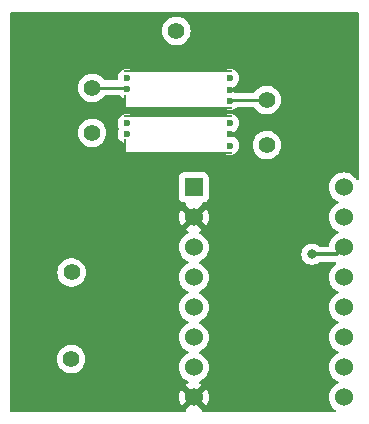
<source format=gbl>
G04 #@! TF.GenerationSoftware,KiCad,Pcbnew,7.0.9-7.0.9~ubuntu22.04.1*
G04 #@! TF.CreationDate,2023-12-29T17:52:02+00:00*
G04 #@! TF.ProjectId,driver_test,64726976-6572-45f7-9465-73742e6b6963,rev?*
G04 #@! TF.SameCoordinates,Original*
G04 #@! TF.FileFunction,Copper,L4,Bot*
G04 #@! TF.FilePolarity,Positive*
%FSLAX46Y46*%
G04 Gerber Fmt 4.6, Leading zero omitted, Abs format (unit mm)*
G04 Created by KiCad (PCBNEW 7.0.9-7.0.9~ubuntu22.04.1) date 2023-12-29 17:52:02*
%MOMM*%
%LPD*%
G01*
G04 APERTURE LIST*
G04 #@! TA.AperFunction,ComponentPad*
%ADD10C,1.400000*%
G04 #@! TD*
G04 #@! TA.AperFunction,ComponentPad*
%ADD11C,0.600000*%
G04 #@! TD*
G04 #@! TA.AperFunction,SMDPad,CuDef*
%ADD12O,0.200000X1.225000*%
G04 #@! TD*
G04 #@! TA.AperFunction,SMDPad,CuDef*
%ADD13O,9.300000X0.200000*%
G04 #@! TD*
G04 #@! TA.AperFunction,ComponentPad*
%ADD14R,1.530000X1.530000*%
G04 #@! TD*
G04 #@! TA.AperFunction,ComponentPad*
%ADD15C,1.530000*%
G04 #@! TD*
G04 #@! TA.AperFunction,ViaPad*
%ADD16C,0.800000*%
G04 #@! TD*
G04 #@! TA.AperFunction,Conductor*
%ADD17C,0.300000*%
G04 #@! TD*
G04 #@! TA.AperFunction,Conductor*
%ADD18C,0.250000*%
G04 #@! TD*
G04 APERTURE END LIST*
D10*
G04 #@! TO.P,IN_KNOCK2,1,Pin_1*
G04 #@! TO.N,Net-(IN_KNOCK2-Pin_1)*
X6930000Y27480000D03*
G04 #@! TD*
D11*
G04 #@! TO.P,M1,E1,V5A*
G04 #@! TO.N,+5V*
X18588000Y28284003D03*
D12*
G04 #@! TO.P,M1,E2,GND*
G04 #@! TO.N,GND*
X9688000Y26309003D03*
D13*
X14238000Y28884003D03*
X14238000Y25784003D03*
D11*
X18588000Y27334003D03*
G04 #@! TO.P,M1,E3,OUT_KNOCK*
G04 #@! TO.N,Net-(M1-OUT_KNOCK)*
X18588000Y26384005D03*
G04 #@! TO.P,M1,W1,IN_KNOCK*
G04 #@! TO.N,Net-(IN_KNOCK2-Pin_1)*
X9888000Y27384003D03*
G04 #@! TO.P,M1,W2,VREF*
G04 #@! TO.N,/VREF*
X9888000Y28284003D03*
G04 #@! TD*
D10*
G04 #@! TO.P,IN_KNOCK1,1,Pin_1*
G04 #@! TO.N,Net-(IN_KNOCK1-Pin_1)*
X6930000Y23670000D03*
G04 #@! TD*
G04 #@! TO.P,OUT_KNOCK1,1,Pin_1*
G04 #@! TO.N,Net-(M2-OUT_KNOCK)*
X21720000Y22640000D03*
G04 #@! TD*
D11*
G04 #@! TO.P,M2,E1,V5A*
G04 #@! TO.N,+5V*
X18588000Y24496000D03*
D12*
G04 #@! TO.P,M2,E2,GND*
G04 #@! TO.N,GND*
X9688000Y22521000D03*
D13*
X14238000Y25096000D03*
X14238000Y21996000D03*
D11*
X18588000Y23546000D03*
G04 #@! TO.P,M2,E3,OUT_KNOCK*
G04 #@! TO.N,Net-(M2-OUT_KNOCK)*
X18588000Y22596002D03*
G04 #@! TO.P,M2,W1,IN_KNOCK*
G04 #@! TO.N,Net-(IN_KNOCK1-Pin_1)*
X9888000Y23596000D03*
G04 #@! TO.P,M2,W2,VREF*
G04 #@! TO.N,/VREF*
X9888000Y24496000D03*
G04 #@! TD*
D10*
G04 #@! TO.P,OUT_KNOCK2,1,Pin_1*
G04 #@! TO.N,Net-(M1-OUT_KNOCK)*
X21720000Y26460000D03*
G04 #@! TD*
G04 #@! TO.P,PPS2_CPU1,1,Pin_1*
G04 #@! TO.N,Net-(D2-A)*
X5155000Y4520000D03*
G04 #@! TD*
G04 #@! TO.P,5V_IN1,1,Pin_1*
G04 #@! TO.N,+5V*
X14063000Y32311002D03*
G04 #@! TD*
G04 #@! TO.P,TPS2_CPU1,1,Pin_1*
G04 #@! TO.N,Net-(D1-A)*
X5185000Y11860000D03*
G04 #@! TD*
D14*
G04 #@! TO.P,U1,1,~{ENABLE}*
G04 #@! TO.N,+12VA*
X15535000Y19060000D03*
D15*
G04 #@! TO.P,U1,2,MS1*
G04 #@! TO.N,GND*
X15535000Y16520000D03*
G04 #@! TO.P,U1,3,MS2*
G04 #@! TO.N,/OUT-*
X15535000Y13980000D03*
G04 #@! TO.P,U1,4,MS3*
G04 #@! TO.N,/OUT+*
X15535000Y11440000D03*
G04 #@! TO.P,U1,5,~{RESET}*
G04 #@! TO.N,/TPS2_IN*
X15535000Y8900000D03*
G04 #@! TO.P,U1,6,~{SLEEP}*
G04 #@! TO.N,/PPS2_IN*
X15535000Y6360000D03*
G04 #@! TO.P,U1,7,STEP*
G04 #@! TO.N,+3.3V*
X15535000Y3820000D03*
G04 #@! TO.P,U1,8,DIR*
G04 #@! TO.N,GND*
X15535000Y1280000D03*
G04 #@! TO.P,U1,9,GND*
G04 #@! TO.N,/DIS*
X28235000Y1280000D03*
G04 #@! TO.P,U1,10,VDD*
G04 #@! TO.N,unconnected-(U1-VDD-Pad10)*
X28235000Y3820000D03*
G04 #@! TO.P,U1,11,1B*
G04 #@! TO.N,unconnected-(U1-1B-Pad11)*
X28235000Y6360000D03*
G04 #@! TO.P,U1,12,1A*
G04 #@! TO.N,unconnected-(U1-1A-Pad12)*
X28235000Y8900000D03*
G04 #@! TO.P,U1,13,2A*
G04 #@! TO.N,+3.3V*
X28235000Y11440000D03*
G04 #@! TO.P,U1,14,2B*
X28235000Y13980000D03*
G04 #@! TO.P,U1,15,GND*
G04 #@! TO.N,/PWM*
X28235000Y16520000D03*
G04 #@! TO.P,U1,16,VMOT*
G04 #@! TO.N,/DIR*
X28235000Y19060000D03*
G04 #@! TD*
D16*
G04 #@! TO.N,GND*
X21020000Y10090000D03*
X20130000Y8340000D03*
X18340000Y11910000D03*
X21920000Y9230000D03*
X18320000Y8280000D03*
X20130000Y10110000D03*
X24560000Y10170000D03*
X25470000Y11090000D03*
X22390000Y5320000D03*
X23960000Y17350000D03*
X23690000Y8380000D03*
X18330000Y9160000D03*
X19230000Y8310000D03*
X22790000Y9230000D03*
X25800000Y17530000D03*
X22790000Y8350000D03*
X20140000Y11000000D03*
X18550000Y17270000D03*
X23680000Y11910000D03*
X21010000Y11850000D03*
X21410000Y5300000D03*
X2808000Y15190000D03*
X25460000Y9310000D03*
X25460000Y10200000D03*
X25460000Y8430000D03*
X20120000Y11870000D03*
X21030000Y10980000D03*
X18340000Y10070000D03*
X19230000Y9190000D03*
X12968000Y17222000D03*
X23690000Y9260000D03*
X21020000Y9200000D03*
X20130000Y9220000D03*
X21910000Y11880000D03*
X6618000Y17222000D03*
X25450000Y11960000D03*
X22800000Y11010000D03*
X22780000Y11880000D03*
X24550000Y11930000D03*
X24560000Y9280000D03*
X22790000Y10120000D03*
X4586000Y17222000D03*
X18350000Y10980000D03*
X24570000Y11060000D03*
X21020000Y8320000D03*
X23690000Y10150000D03*
X2554000Y17222000D03*
X19230000Y10080000D03*
X23700000Y11040000D03*
X21920000Y10120000D03*
X20970000Y3320000D03*
X20410000Y5270000D03*
X19220000Y11840000D03*
X10936000Y17222000D03*
X19240000Y10970000D03*
X21930000Y11010000D03*
X21920000Y8350000D03*
X20660000Y17270000D03*
X8904000Y17222000D03*
X24560000Y8400000D03*
G04 #@! TO.N,+3.3V*
X25550000Y13390000D03*
G04 #@! TD*
D17*
G04 #@! TO.N,+3.3V*
X25550000Y13390000D02*
X27645000Y13390000D01*
X27645000Y13390000D02*
X28235000Y13980000D01*
D18*
G04 #@! TO.N,Net-(IN_KNOCK2-Pin_1)*
X6930000Y27480000D02*
X9792003Y27480000D01*
X9792003Y27480000D02*
X9888000Y27384003D01*
X9787001Y27485002D02*
X9888000Y27384003D01*
G04 #@! TO.N,Net-(M1-OUT_KNOCK)*
X21720000Y26460000D02*
X18663995Y26460000D01*
X18663995Y26460000D02*
X18588000Y26384005D01*
X18672997Y26469002D02*
X18588000Y26384005D01*
G04 #@! TD*
G04 #@! TA.AperFunction,Conductor*
G04 #@! TO.N,GND*
G36*
X29482448Y33909815D02*
G01*
X29528203Y33857011D01*
X29539408Y33805411D01*
X29530601Y21827764D01*
X29529500Y20330100D01*
X29529500Y19810873D01*
X29509815Y19743834D01*
X29457011Y19698079D01*
X29387853Y19688135D01*
X29324297Y19717160D01*
X29303925Y19739749D01*
X29254123Y19810873D01*
X29208132Y19876555D01*
X29051555Y20033132D01*
X28870167Y20160142D01*
X28870163Y20160144D01*
X28669486Y20253721D01*
X28669475Y20253725D01*
X28455592Y20311035D01*
X28455585Y20311036D01*
X28235002Y20330334D01*
X28234998Y20330334D01*
X28014414Y20311036D01*
X28014407Y20311035D01*
X27800524Y20253725D01*
X27800513Y20253721D01*
X27599836Y20160144D01*
X27599834Y20160143D01*
X27418444Y20033132D01*
X27261868Y19876556D01*
X27134857Y19695166D01*
X27134856Y19695164D01*
X27041279Y19494487D01*
X27041275Y19494476D01*
X26983965Y19280593D01*
X26983964Y19280586D01*
X26964666Y19060002D01*
X26964666Y19059999D01*
X26983964Y18839415D01*
X26983965Y18839408D01*
X27041275Y18625525D01*
X27041279Y18625514D01*
X27131950Y18431069D01*
X27134858Y18424833D01*
X27261868Y18243445D01*
X27418445Y18086868D01*
X27599833Y17959858D01*
X27647875Y17937456D01*
X27723091Y17902382D01*
X27775531Y17856210D01*
X27794683Y17789017D01*
X27774467Y17722135D01*
X27723091Y17677618D01*
X27599836Y17620144D01*
X27599834Y17620143D01*
X27418444Y17493132D01*
X27261868Y17336556D01*
X27134857Y17155166D01*
X27134856Y17155164D01*
X27041279Y16954487D01*
X27041275Y16954476D01*
X26983965Y16740593D01*
X26983964Y16740586D01*
X26964666Y16520002D01*
X26964666Y16519999D01*
X26983964Y16299415D01*
X26983965Y16299408D01*
X27041275Y16085525D01*
X27041279Y16085514D01*
X27069205Y16025627D01*
X27134858Y15884833D01*
X27261868Y15703445D01*
X27418445Y15546868D01*
X27599833Y15419858D01*
X27661828Y15390950D01*
X27723091Y15362382D01*
X27775531Y15316210D01*
X27794683Y15249017D01*
X27774467Y15182135D01*
X27723091Y15137618D01*
X27599836Y15080144D01*
X27599834Y15080143D01*
X27418444Y14953132D01*
X27261868Y14796556D01*
X27134857Y14615166D01*
X27134856Y14615164D01*
X27041279Y14414487D01*
X27041275Y14414476D01*
X26983965Y14200593D01*
X26983964Y14200586D01*
X26979862Y14153693D01*
X26954410Y14088624D01*
X26897819Y14047645D01*
X26856334Y14040500D01*
X26226975Y14040500D01*
X26159936Y14060185D01*
X26154090Y14064182D01*
X26002734Y14174149D01*
X26002729Y14174152D01*
X25829807Y14251143D01*
X25829802Y14251145D01*
X25684001Y14282135D01*
X25644646Y14290500D01*
X25455354Y14290500D01*
X25422897Y14283602D01*
X25270197Y14251145D01*
X25270192Y14251143D01*
X25097270Y14174152D01*
X25097265Y14174149D01*
X24944129Y14062889D01*
X24817466Y13922215D01*
X24722821Y13758285D01*
X24722818Y13758278D01*
X24664327Y13578260D01*
X24664326Y13578256D01*
X24644540Y13390000D01*
X24664326Y13201744D01*
X24664327Y13201741D01*
X24722818Y13021723D01*
X24722821Y13021716D01*
X24817467Y12857784D01*
X24941695Y12719815D01*
X24944129Y12717112D01*
X25097265Y12605852D01*
X25097270Y12605849D01*
X25270192Y12528858D01*
X25270197Y12528856D01*
X25455354Y12489500D01*
X25455355Y12489500D01*
X25644644Y12489500D01*
X25644646Y12489500D01*
X25829803Y12528856D01*
X26002730Y12605849D01*
X26154090Y12715818D01*
X26219896Y12739298D01*
X26226975Y12739500D01*
X27491268Y12739500D01*
X27558307Y12719815D01*
X27604062Y12667011D01*
X27614006Y12597853D01*
X27584981Y12534297D01*
X27562393Y12513927D01*
X27534924Y12494692D01*
X27418444Y12413132D01*
X27261868Y12256556D01*
X27134857Y12075166D01*
X27134856Y12075164D01*
X27041279Y11874487D01*
X27041275Y11874476D01*
X26983965Y11660593D01*
X26983964Y11660586D01*
X26964666Y11440002D01*
X26964666Y11439999D01*
X26983964Y11219415D01*
X26983965Y11219408D01*
X27041275Y11005525D01*
X27041279Y11005514D01*
X27091472Y10897875D01*
X27134858Y10804833D01*
X27261868Y10623445D01*
X27418445Y10466868D01*
X27599833Y10339858D01*
X27661828Y10310950D01*
X27723091Y10282382D01*
X27775531Y10236210D01*
X27794683Y10169017D01*
X27774467Y10102135D01*
X27723091Y10057618D01*
X27599836Y10000144D01*
X27599834Y10000143D01*
X27418444Y9873132D01*
X27261868Y9716556D01*
X27134857Y9535166D01*
X27134856Y9535164D01*
X27041279Y9334487D01*
X27041275Y9334476D01*
X26983965Y9120593D01*
X26983964Y9120586D01*
X26964666Y8900002D01*
X26964666Y8899999D01*
X26983964Y8679415D01*
X26983965Y8679408D01*
X27041275Y8465525D01*
X27041279Y8465514D01*
X27131950Y8271069D01*
X27134858Y8264833D01*
X27261868Y8083445D01*
X27418445Y7926868D01*
X27599833Y7799858D01*
X27661828Y7770950D01*
X27723091Y7742382D01*
X27775531Y7696210D01*
X27794683Y7629017D01*
X27774467Y7562135D01*
X27723091Y7517618D01*
X27599836Y7460144D01*
X27599834Y7460143D01*
X27418444Y7333132D01*
X27261868Y7176556D01*
X27134857Y6995166D01*
X27134856Y6995164D01*
X27041279Y6794487D01*
X27041275Y6794476D01*
X26983965Y6580593D01*
X26983964Y6580586D01*
X26964666Y6360002D01*
X26964666Y6359999D01*
X26983964Y6139415D01*
X26983965Y6139408D01*
X27041275Y5925525D01*
X27041279Y5925514D01*
X27131950Y5731069D01*
X27134858Y5724833D01*
X27261868Y5543445D01*
X27418445Y5386868D01*
X27599833Y5259858D01*
X27661828Y5230950D01*
X27723091Y5202382D01*
X27775531Y5156210D01*
X27794683Y5089017D01*
X27774467Y5022135D01*
X27723091Y4977618D01*
X27599836Y4920144D01*
X27599834Y4920143D01*
X27418444Y4793132D01*
X27261868Y4636556D01*
X27134857Y4455166D01*
X27134856Y4455164D01*
X27041279Y4254487D01*
X27041275Y4254476D01*
X26983965Y4040593D01*
X26983964Y4040586D01*
X26964666Y3820002D01*
X26964666Y3819999D01*
X26983964Y3599415D01*
X26983965Y3599408D01*
X27041275Y3385525D01*
X27041279Y3385514D01*
X27072062Y3319500D01*
X27134858Y3184833D01*
X27261868Y3003445D01*
X27418445Y2846868D01*
X27599833Y2719858D01*
X27661828Y2690950D01*
X27723091Y2662382D01*
X27775531Y2616210D01*
X27794683Y2549017D01*
X27774467Y2482135D01*
X27723091Y2437618D01*
X27599836Y2380144D01*
X27599834Y2380143D01*
X27418444Y2253132D01*
X27261868Y2096556D01*
X27134857Y1915166D01*
X27134856Y1915164D01*
X27041279Y1714487D01*
X27041275Y1714476D01*
X26983965Y1500593D01*
X26983964Y1500586D01*
X26964666Y1280002D01*
X26964666Y1279999D01*
X26983964Y1059415D01*
X26983965Y1059408D01*
X27041275Y845525D01*
X27041279Y845514D01*
X27069205Y785627D01*
X27134858Y644833D01*
X27261868Y463445D01*
X27418445Y306868D01*
X27526690Y231074D01*
X27570313Y176498D01*
X27577506Y106999D01*
X27545984Y44645D01*
X27485754Y9231D01*
X27455565Y5500D01*
X16313563Y5500D01*
X16246524Y25185D01*
X16200769Y77989D01*
X16190825Y147147D01*
X16219850Y210703D01*
X16235206Y224553D01*
X16235342Y226106D01*
X15676366Y785082D01*
X15680161Y785627D01*
X15813562Y846549D01*
X15924395Y942587D01*
X16003682Y1065960D01*
X16026132Y1142420D01*
X16588894Y579658D01*
X16634706Y645085D01*
X16728250Y845691D01*
X16728254Y845700D01*
X16785538Y1059491D01*
X16785540Y1059501D01*
X16804832Y1280000D01*
X16804832Y1280001D01*
X16785540Y1500500D01*
X16785538Y1500510D01*
X16728254Y1714301D01*
X16728250Y1714310D01*
X16634707Y1914915D01*
X16634706Y1914917D01*
X16588894Y1980343D01*
X16588894Y1980344D01*
X16026132Y1417582D01*
X16003682Y1494040D01*
X15924395Y1617413D01*
X15813562Y1713451D01*
X15680161Y1774373D01*
X15676366Y1774919D01*
X16235342Y2333895D01*
X16235341Y2333897D01*
X16169919Y2379705D01*
X16046316Y2437343D01*
X15993877Y2483516D01*
X15974725Y2550709D01*
X15994941Y2617590D01*
X16046312Y2662105D01*
X16170167Y2719858D01*
X16351555Y2846868D01*
X16508132Y3003445D01*
X16635142Y3184833D01*
X16728723Y3385520D01*
X16786035Y3599409D01*
X16805334Y3820000D01*
X16786035Y4040591D01*
X16728723Y4254480D01*
X16635142Y4455167D01*
X16508132Y4636555D01*
X16351555Y4793132D01*
X16170167Y4920142D01*
X16046907Y4977619D01*
X15994468Y5023790D01*
X15975316Y5090983D01*
X15995531Y5157864D01*
X16046908Y5202382D01*
X16170167Y5259858D01*
X16351555Y5386868D01*
X16508132Y5543445D01*
X16635142Y5724833D01*
X16728723Y5925520D01*
X16786035Y6139409D01*
X16805334Y6360000D01*
X16786035Y6580591D01*
X16728723Y6794480D01*
X16635142Y6995167D01*
X16508132Y7176555D01*
X16351555Y7333132D01*
X16170167Y7460142D01*
X16046907Y7517619D01*
X15994468Y7563790D01*
X15975316Y7630983D01*
X15995531Y7697864D01*
X16046908Y7742382D01*
X16170167Y7799858D01*
X16351555Y7926868D01*
X16508132Y8083445D01*
X16635142Y8264833D01*
X16728723Y8465520D01*
X16786035Y8679409D01*
X16805334Y8900000D01*
X16786035Y9120591D01*
X16728723Y9334480D01*
X16635142Y9535167D01*
X16508132Y9716555D01*
X16351555Y9873132D01*
X16170167Y10000142D01*
X16046907Y10057619D01*
X15994468Y10103790D01*
X15975316Y10170983D01*
X15995531Y10237864D01*
X16046908Y10282382D01*
X16170167Y10339858D01*
X16351555Y10466868D01*
X16508132Y10623445D01*
X16635142Y10804833D01*
X16728723Y11005520D01*
X16786035Y11219409D01*
X16803975Y11424462D01*
X16805334Y11439999D01*
X16805334Y11440002D01*
X16787971Y11638463D01*
X16786035Y11660591D01*
X16728723Y11874480D01*
X16635142Y12075167D01*
X16508132Y12256555D01*
X16351555Y12413132D01*
X16170167Y12540142D01*
X16046907Y12597619D01*
X15994468Y12643790D01*
X15975316Y12710983D01*
X15995531Y12777864D01*
X16046908Y12822382D01*
X16170167Y12879858D01*
X16351555Y13006868D01*
X16508132Y13163445D01*
X16635142Y13344833D01*
X16728723Y13545520D01*
X16786035Y13759409D01*
X16805334Y13980000D01*
X16786035Y14200591D01*
X16728723Y14414480D01*
X16635142Y14615167D01*
X16508132Y14796555D01*
X16351555Y14953132D01*
X16170167Y15080142D01*
X16170163Y15080144D01*
X16046317Y15137894D01*
X15993877Y15184066D01*
X15974725Y15251259D01*
X15994941Y15318141D01*
X16046317Y15362658D01*
X16169912Y15420292D01*
X16169914Y15420293D01*
X16235342Y15466106D01*
X15676366Y16025082D01*
X15680161Y16025627D01*
X15813562Y16086549D01*
X15924395Y16182587D01*
X16003682Y16305960D01*
X16026132Y16382420D01*
X16588894Y15819658D01*
X16634706Y15885085D01*
X16728250Y16085691D01*
X16728254Y16085700D01*
X16785538Y16299491D01*
X16785540Y16299501D01*
X16804832Y16520000D01*
X16804832Y16520001D01*
X16785540Y16740500D01*
X16785538Y16740510D01*
X16728254Y16954301D01*
X16728250Y16954310D01*
X16634707Y17154915D01*
X16634706Y17154917D01*
X16588894Y17220343D01*
X16588894Y17220344D01*
X16026132Y16657582D01*
X16003682Y16734040D01*
X15924395Y16857413D01*
X15813562Y16953451D01*
X15680161Y17014373D01*
X15676366Y17014919D01*
X16235342Y17573895D01*
X16234957Y17578287D01*
X16198815Y17623503D01*
X16191621Y17693001D01*
X16223144Y17755356D01*
X16283373Y17790770D01*
X16313562Y17794501D01*
X16347872Y17794501D01*
X16407483Y17800909D01*
X16542331Y17851204D01*
X16657546Y17937454D01*
X16743796Y18052669D01*
X16794091Y18187517D01*
X16800500Y18247127D01*
X16800499Y19872872D01*
X16794091Y19932483D01*
X16756551Y20033132D01*
X16743797Y20067329D01*
X16743793Y20067336D01*
X16657547Y20182545D01*
X16657544Y20182548D01*
X16542335Y20268794D01*
X16542328Y20268798D01*
X16407482Y20319092D01*
X16407483Y20319092D01*
X16347883Y20325499D01*
X16347881Y20325500D01*
X16347873Y20325500D01*
X16347864Y20325500D01*
X14722129Y20325500D01*
X14722123Y20325499D01*
X14662516Y20319092D01*
X14527671Y20268798D01*
X14527664Y20268794D01*
X14412455Y20182548D01*
X14412452Y20182545D01*
X14326206Y20067336D01*
X14326202Y20067329D01*
X14275908Y19932483D01*
X14269896Y19876556D01*
X14269501Y19872877D01*
X14269500Y19872865D01*
X14269500Y18247130D01*
X14269501Y18247124D01*
X14275908Y18187517D01*
X14326202Y18052672D01*
X14326206Y18052665D01*
X14412452Y17937456D01*
X14412455Y17937453D01*
X14527664Y17851207D01*
X14527671Y17851203D01*
X14662517Y17800909D01*
X14662516Y17800909D01*
X14669444Y17800165D01*
X14722127Y17794500D01*
X14756434Y17794501D01*
X14823471Y17774818D01*
X14869227Y17722015D01*
X14879172Y17652857D01*
X14850149Y17589301D01*
X14834793Y17575452D01*
X14834656Y17573897D01*
X15393634Y17014919D01*
X15389839Y17014373D01*
X15256438Y16953451D01*
X15145605Y16857413D01*
X15066318Y16734040D01*
X15043866Y16657581D01*
X14481104Y17220343D01*
X14435293Y17154916D01*
X14341749Y16954310D01*
X14341745Y16954301D01*
X14284461Y16740510D01*
X14284459Y16740500D01*
X14265168Y16520001D01*
X14265168Y16520000D01*
X14284459Y16299501D01*
X14284461Y16299491D01*
X14341745Y16085700D01*
X14341749Y16085691D01*
X14435295Y15885081D01*
X14481103Y15819659D01*
X14481105Y15819658D01*
X15043866Y16382420D01*
X15066318Y16305960D01*
X15145605Y16182587D01*
X15256438Y16086549D01*
X15389839Y16025627D01*
X15393633Y16025082D01*
X14834656Y15466106D01*
X14900083Y15420294D01*
X14900085Y15420293D01*
X15023683Y15362658D01*
X15076122Y15316486D01*
X15095274Y15249292D01*
X15075058Y15182411D01*
X15023683Y15137894D01*
X14899833Y15080143D01*
X14718444Y14953132D01*
X14561868Y14796556D01*
X14434857Y14615166D01*
X14434856Y14615164D01*
X14341279Y14414487D01*
X14341275Y14414476D01*
X14283965Y14200593D01*
X14283964Y14200586D01*
X14264666Y13980002D01*
X14264666Y13979999D01*
X14283964Y13759415D01*
X14283965Y13759408D01*
X14341275Y13545525D01*
X14341279Y13545514D01*
X14413796Y13390000D01*
X14434858Y13344833D01*
X14561868Y13163445D01*
X14718445Y13006868D01*
X14899833Y12879858D01*
X14947167Y12857786D01*
X15023091Y12822382D01*
X15075531Y12776210D01*
X15094683Y12709017D01*
X15074467Y12642135D01*
X15023091Y12597618D01*
X14899836Y12540144D01*
X14899834Y12540143D01*
X14718444Y12413132D01*
X14561868Y12256556D01*
X14434857Y12075166D01*
X14434856Y12075164D01*
X14341279Y11874487D01*
X14341275Y11874476D01*
X14283965Y11660593D01*
X14283964Y11660586D01*
X14264666Y11440002D01*
X14264666Y11439999D01*
X14283964Y11219415D01*
X14283965Y11219408D01*
X14341275Y11005525D01*
X14341279Y11005514D01*
X14391472Y10897875D01*
X14434858Y10804833D01*
X14561868Y10623445D01*
X14718445Y10466868D01*
X14899833Y10339858D01*
X14961828Y10310950D01*
X15023091Y10282382D01*
X15075531Y10236210D01*
X15094683Y10169017D01*
X15074467Y10102135D01*
X15023091Y10057618D01*
X14899836Y10000144D01*
X14899834Y10000143D01*
X14718444Y9873132D01*
X14561868Y9716556D01*
X14434857Y9535166D01*
X14434856Y9535164D01*
X14341279Y9334487D01*
X14341275Y9334476D01*
X14283965Y9120593D01*
X14283964Y9120586D01*
X14264666Y8900002D01*
X14264666Y8899999D01*
X14283964Y8679415D01*
X14283965Y8679408D01*
X14341275Y8465525D01*
X14341279Y8465514D01*
X14431950Y8271069D01*
X14434858Y8264833D01*
X14561868Y8083445D01*
X14718445Y7926868D01*
X14899833Y7799858D01*
X14961828Y7770950D01*
X15023091Y7742382D01*
X15075531Y7696210D01*
X15094683Y7629017D01*
X15074467Y7562135D01*
X15023091Y7517618D01*
X14899836Y7460144D01*
X14899834Y7460143D01*
X14718444Y7333132D01*
X14561868Y7176556D01*
X14434857Y6995166D01*
X14434856Y6995164D01*
X14341279Y6794487D01*
X14341275Y6794476D01*
X14283965Y6580593D01*
X14283964Y6580586D01*
X14264666Y6360002D01*
X14264666Y6359999D01*
X14283964Y6139415D01*
X14283965Y6139408D01*
X14341275Y5925525D01*
X14341279Y5925514D01*
X14431950Y5731069D01*
X14434858Y5724833D01*
X14561868Y5543445D01*
X14718445Y5386868D01*
X14899833Y5259858D01*
X14961828Y5230950D01*
X15023091Y5202382D01*
X15075531Y5156210D01*
X15094683Y5089017D01*
X15074467Y5022135D01*
X15023091Y4977618D01*
X14899836Y4920144D01*
X14899834Y4920143D01*
X14718444Y4793132D01*
X14561868Y4636556D01*
X14434857Y4455166D01*
X14434856Y4455164D01*
X14341279Y4254487D01*
X14341275Y4254476D01*
X14283965Y4040593D01*
X14283964Y4040586D01*
X14264666Y3820002D01*
X14264666Y3819999D01*
X14283964Y3599415D01*
X14283965Y3599408D01*
X14341275Y3385525D01*
X14341279Y3385514D01*
X14372062Y3319500D01*
X14434858Y3184833D01*
X14561868Y3003445D01*
X14718445Y2846868D01*
X14899833Y2719858D01*
X15023682Y2662107D01*
X15076122Y2615935D01*
X15095274Y2548742D01*
X15075059Y2481861D01*
X15023683Y2437343D01*
X14900084Y2379707D01*
X14834657Y2333896D01*
X15393634Y1774919D01*
X15389839Y1774373D01*
X15256438Y1713451D01*
X15145605Y1617413D01*
X15066318Y1494040D01*
X15043866Y1417581D01*
X14481104Y1980343D01*
X14435293Y1914916D01*
X14341749Y1714310D01*
X14341745Y1714301D01*
X14284461Y1500510D01*
X14284459Y1500500D01*
X14265168Y1280001D01*
X14265168Y1280000D01*
X14284459Y1059501D01*
X14284461Y1059491D01*
X14341745Y845700D01*
X14341749Y845691D01*
X14435295Y645081D01*
X14481103Y579659D01*
X14481105Y579658D01*
X15043866Y1142420D01*
X15066318Y1065960D01*
X15145605Y942587D01*
X15256438Y846549D01*
X15389839Y785627D01*
X15393633Y785082D01*
X14834656Y226106D01*
X14835041Y221715D01*
X14871184Y176498D01*
X14878378Y107000D01*
X14846855Y44645D01*
X14786626Y9231D01*
X14756436Y5500D01*
X14259900Y5500D01*
X124543Y545D01*
X57497Y20206D01*
X11724Y72994D01*
X500Y124545D01*
X500Y4520000D01*
X3949357Y4520000D01*
X3969884Y4298465D01*
X3969885Y4298463D01*
X4030769Y4084477D01*
X4030775Y4084462D01*
X4129938Y3885317D01*
X4129943Y3885309D01*
X4264020Y3707762D01*
X4428437Y3557877D01*
X4428439Y3557875D01*
X4617595Y3440755D01*
X4617596Y3440755D01*
X4617599Y3440753D01*
X4825060Y3360382D01*
X5043757Y3319500D01*
X5043759Y3319500D01*
X5266241Y3319500D01*
X5266243Y3319500D01*
X5484940Y3360382D01*
X5692401Y3440753D01*
X5881562Y3557876D01*
X6045981Y3707764D01*
X6180058Y3885311D01*
X6279229Y4084472D01*
X6340115Y4298464D01*
X6360643Y4520000D01*
X6340115Y4741536D01*
X6279229Y4955528D01*
X6279224Y4955539D01*
X6180061Y5154684D01*
X6180056Y5154692D01*
X6045979Y5332239D01*
X5881562Y5482124D01*
X5881560Y5482126D01*
X5692404Y5599246D01*
X5692398Y5599248D01*
X5666895Y5609128D01*
X5484940Y5679618D01*
X5266243Y5720500D01*
X5043757Y5720500D01*
X4825060Y5679618D01*
X4693864Y5628793D01*
X4617601Y5599248D01*
X4617595Y5599246D01*
X4428439Y5482126D01*
X4428437Y5482124D01*
X4264020Y5332239D01*
X4129943Y5154692D01*
X4129938Y5154684D01*
X4030775Y4955539D01*
X4030769Y4955524D01*
X3969885Y4741538D01*
X3969884Y4741536D01*
X3949357Y4520001D01*
X3949357Y4520000D01*
X500Y4520000D01*
X500Y11860000D01*
X3979357Y11860000D01*
X3999884Y11638465D01*
X3999885Y11638463D01*
X4060769Y11424477D01*
X4060775Y11424462D01*
X4159938Y11225317D01*
X4159943Y11225309D01*
X4294020Y11047762D01*
X4458437Y10897877D01*
X4458439Y10897875D01*
X4647595Y10780755D01*
X4647596Y10780755D01*
X4647599Y10780753D01*
X4855060Y10700382D01*
X5073757Y10659500D01*
X5073759Y10659500D01*
X5296241Y10659500D01*
X5296243Y10659500D01*
X5514940Y10700382D01*
X5722401Y10780753D01*
X5911562Y10897876D01*
X6075981Y11047764D01*
X6210058Y11225311D01*
X6309229Y11424472D01*
X6370115Y11638464D01*
X6390643Y11860000D01*
X6370115Y12081536D01*
X6309229Y12295528D01*
X6212642Y12489500D01*
X6210061Y12494684D01*
X6210056Y12494692D01*
X6075979Y12672239D01*
X5911562Y12822124D01*
X5911560Y12822126D01*
X5722404Y12939246D01*
X5722398Y12939248D01*
X5514940Y13019618D01*
X5296243Y13060500D01*
X5073757Y13060500D01*
X4855060Y13019618D01*
X4822149Y13006868D01*
X4647601Y12939248D01*
X4647595Y12939246D01*
X4458439Y12822126D01*
X4458437Y12822124D01*
X4294020Y12672239D01*
X4159943Y12494692D01*
X4159938Y12494684D01*
X4060775Y12295539D01*
X4060769Y12295524D01*
X3999885Y12081538D01*
X3999884Y12081536D01*
X3979357Y11860001D01*
X3979357Y11860000D01*
X500Y11860000D01*
X500Y23670000D01*
X5724357Y23670000D01*
X5744884Y23448465D01*
X5744885Y23448463D01*
X5805769Y23234477D01*
X5805775Y23234462D01*
X5904938Y23035317D01*
X5904943Y23035309D01*
X6039020Y22857762D01*
X6203437Y22707877D01*
X6203439Y22707875D01*
X6392595Y22590755D01*
X6392596Y22590755D01*
X6392599Y22590753D01*
X6600060Y22510382D01*
X6818757Y22469500D01*
X6818759Y22469500D01*
X7041241Y22469500D01*
X7041243Y22469500D01*
X7259940Y22510382D01*
X7467401Y22590753D01*
X7656562Y22707876D01*
X7820981Y22857764D01*
X7955058Y23035311D01*
X8054229Y23234472D01*
X8115115Y23448464D01*
X8128786Y23595997D01*
X9082435Y23595997D01*
X9102630Y23416751D01*
X9102631Y23416746D01*
X9162211Y23246477D01*
X9255339Y23098265D01*
X9258184Y23093738D01*
X9385738Y22966184D01*
X9538478Y22870211D01*
X9604954Y22846950D01*
X9661730Y22806228D01*
X9687478Y22741276D01*
X9688000Y22729908D01*
X9688000Y21996000D01*
X18004963Y21996000D01*
X18072002Y21976315D01*
X18082275Y21968948D01*
X18085737Y21966187D01*
X18085738Y21966186D01*
X18238478Y21870213D01*
X18359796Y21827762D01*
X18408745Y21810634D01*
X18408750Y21810633D01*
X18587996Y21790437D01*
X18588000Y21790437D01*
X18588004Y21790437D01*
X18767249Y21810633D01*
X18767252Y21810634D01*
X18767255Y21810634D01*
X18937522Y21870213D01*
X19090262Y21966186D01*
X19217816Y22093740D01*
X19313789Y22246480D01*
X19373368Y22416747D01*
X19373369Y22416753D01*
X19393565Y22595999D01*
X19393565Y22596006D01*
X19388608Y22640000D01*
X20514357Y22640000D01*
X20534884Y22418465D01*
X20534885Y22418463D01*
X20595769Y22204477D01*
X20595775Y22204462D01*
X20694938Y22005317D01*
X20694943Y22005309D01*
X20829020Y21827762D01*
X20993437Y21677877D01*
X20993439Y21677875D01*
X21182595Y21560755D01*
X21182596Y21560755D01*
X21182599Y21560753D01*
X21390060Y21480382D01*
X21608757Y21439500D01*
X21608759Y21439500D01*
X21831241Y21439500D01*
X21831243Y21439500D01*
X22049940Y21480382D01*
X22257401Y21560753D01*
X22446562Y21677876D01*
X22610981Y21827764D01*
X22745058Y22005311D01*
X22844229Y22204472D01*
X22905115Y22418464D01*
X22925643Y22640000D01*
X22919353Y22707876D01*
X22905115Y22861536D01*
X22905114Y22861538D01*
X22902646Y22870211D01*
X22844229Y23075528D01*
X22844224Y23075539D01*
X22745061Y23274684D01*
X22745056Y23274692D01*
X22610979Y23452239D01*
X22446562Y23602124D01*
X22446560Y23602126D01*
X22257404Y23719246D01*
X22257398Y23719248D01*
X22049940Y23799618D01*
X21831243Y23840500D01*
X21608757Y23840500D01*
X21390060Y23799618D01*
X21314152Y23770211D01*
X21182601Y23719248D01*
X21182595Y23719246D01*
X20993439Y23602126D01*
X20993437Y23602124D01*
X20829020Y23452239D01*
X20694943Y23274692D01*
X20694938Y23274684D01*
X20595775Y23075539D01*
X20595769Y23075524D01*
X20534885Y22861538D01*
X20534884Y22861536D01*
X20514357Y22640001D01*
X20514357Y22640000D01*
X19388608Y22640000D01*
X19373369Y22775252D01*
X19373368Y22775257D01*
X19358450Y22817891D01*
X19313789Y22945524D01*
X19300807Y22966184D01*
X19257368Y23035317D01*
X19217816Y23098264D01*
X19090262Y23225818D01*
X19076481Y23234477D01*
X18937524Y23321790D01*
X18937523Y23321791D01*
X18871044Y23345053D01*
X18814269Y23385775D01*
X18788522Y23450728D01*
X18788000Y23462094D01*
X18788000Y23629908D01*
X18807685Y23696947D01*
X18860489Y23742702D01*
X18871046Y23746950D01*
X18878813Y23749668D01*
X18937522Y23770211D01*
X19090262Y23866184D01*
X19217816Y23993738D01*
X19313789Y24146478D01*
X19373368Y24316745D01*
X19373369Y24316751D01*
X19393565Y24495997D01*
X19393565Y24496004D01*
X19373369Y24675250D01*
X19373368Y24675255D01*
X19313788Y24845524D01*
X19217815Y24998263D01*
X19090262Y25125816D01*
X18937523Y25221789D01*
X18767254Y25281369D01*
X18767249Y25281370D01*
X18588004Y25301565D01*
X18587996Y25301565D01*
X18408750Y25281370D01*
X18408745Y25281369D01*
X18238476Y25221789D01*
X18085736Y25125815D01*
X18082281Y25123059D01*
X18017595Y25096648D01*
X18004965Y25096003D01*
X10471035Y25096003D01*
X10403996Y25115688D01*
X10393719Y25123059D01*
X10390263Y25125815D01*
X10390262Y25125816D01*
X10333496Y25161485D01*
X10237523Y25221789D01*
X10067254Y25281369D01*
X10067249Y25281370D01*
X9888004Y25301565D01*
X9887996Y25301565D01*
X9708750Y25281370D01*
X9708745Y25281369D01*
X9538476Y25221789D01*
X9385737Y25125816D01*
X9258184Y24998263D01*
X9162211Y24845524D01*
X9102631Y24675255D01*
X9102630Y24675250D01*
X9082435Y24496004D01*
X9082435Y24495997D01*
X9102630Y24316751D01*
X9102633Y24316738D01*
X9162209Y24146481D01*
X9183893Y24111970D01*
X9202892Y24044733D01*
X9183893Y23980030D01*
X9162209Y23945520D01*
X9102633Y23775263D01*
X9102630Y23775250D01*
X9082435Y23596004D01*
X9082435Y23595997D01*
X8128786Y23595997D01*
X8135643Y23670000D01*
X8115115Y23891536D01*
X8054229Y24105528D01*
X8054224Y24105539D01*
X7955061Y24304684D01*
X7955056Y24304692D01*
X7820979Y24482239D01*
X7656562Y24632124D01*
X7656560Y24632126D01*
X7467404Y24749246D01*
X7467398Y24749248D01*
X7259940Y24829618D01*
X7041243Y24870500D01*
X6818757Y24870500D01*
X6600060Y24829618D01*
X6468864Y24778793D01*
X6392601Y24749248D01*
X6392595Y24749246D01*
X6203439Y24632126D01*
X6203437Y24632124D01*
X6039020Y24482239D01*
X5904943Y24304692D01*
X5904938Y24304684D01*
X5805775Y24105539D01*
X5805769Y24105524D01*
X5744885Y23891538D01*
X5744884Y23891536D01*
X5724357Y23670001D01*
X5724357Y23670000D01*
X500Y23670000D01*
X500Y27480000D01*
X5724357Y27480000D01*
X5744884Y27258465D01*
X5744885Y27258463D01*
X5805769Y27044477D01*
X5805775Y27044462D01*
X5904938Y26845317D01*
X5904943Y26845309D01*
X6039020Y26667762D01*
X6203437Y26517877D01*
X6203439Y26517875D01*
X6392595Y26400755D01*
X6392596Y26400755D01*
X6392599Y26400753D01*
X6600060Y26320382D01*
X6818757Y26279500D01*
X6818759Y26279500D01*
X7041241Y26279500D01*
X7041243Y26279500D01*
X7259940Y26320382D01*
X7467401Y26400753D01*
X7656562Y26517876D01*
X7820981Y26667764D01*
X7924788Y26805228D01*
X7980897Y26846863D01*
X8023742Y26854500D01*
X9234063Y26854500D01*
X9301102Y26834815D01*
X9321744Y26818181D01*
X9385738Y26754187D01*
X9538478Y26658214D01*
X9604954Y26634953D01*
X9661730Y26594231D01*
X9687478Y26529279D01*
X9688000Y26517911D01*
X9688000Y25784003D01*
X18004963Y25784003D01*
X18072002Y25764318D01*
X18082275Y25756951D01*
X18085737Y25754190D01*
X18085738Y25754189D01*
X18238478Y25658216D01*
X18408745Y25598637D01*
X18408750Y25598636D01*
X18587996Y25578440D01*
X18588000Y25578440D01*
X18588004Y25578440D01*
X18767249Y25598636D01*
X18767252Y25598637D01*
X18767255Y25598637D01*
X18937522Y25658216D01*
X19090262Y25754189D01*
X19134254Y25798181D01*
X19195577Y25831666D01*
X19221935Y25834500D01*
X20626258Y25834500D01*
X20693297Y25814815D01*
X20725212Y25785227D01*
X20829020Y25647762D01*
X20993437Y25497877D01*
X20993439Y25497875D01*
X21182595Y25380755D01*
X21182596Y25380755D01*
X21182599Y25380753D01*
X21390060Y25300382D01*
X21608757Y25259500D01*
X21608759Y25259500D01*
X21831241Y25259500D01*
X21831243Y25259500D01*
X22049940Y25300382D01*
X22257401Y25380753D01*
X22446562Y25497876D01*
X22610981Y25647764D01*
X22745058Y25825311D01*
X22844229Y26024472D01*
X22905115Y26238464D01*
X22925643Y26460000D01*
X22919223Y26529279D01*
X22905115Y26681536D01*
X22905114Y26681538D01*
X22884443Y26754188D01*
X22844229Y26895528D01*
X22844224Y26895539D01*
X22745061Y27094684D01*
X22745056Y27094692D01*
X22610979Y27272239D01*
X22446562Y27422124D01*
X22446560Y27422126D01*
X22257404Y27539246D01*
X22257398Y27539248D01*
X22049940Y27619618D01*
X21831243Y27660500D01*
X21608757Y27660500D01*
X21390060Y27619618D01*
X21258864Y27568793D01*
X21182601Y27539248D01*
X21182595Y27539246D01*
X20993439Y27422126D01*
X20993437Y27422124D01*
X20829020Y27272239D01*
X20725212Y27134773D01*
X20669103Y27093137D01*
X20626258Y27085500D01*
X19011910Y27085500D01*
X18945940Y27104505D01*
X18937523Y27109794D01*
X18871044Y27133056D01*
X18814269Y27173778D01*
X18788522Y27238731D01*
X18788000Y27250097D01*
X18788000Y27417911D01*
X18807685Y27484950D01*
X18860489Y27530705D01*
X18871046Y27534953D01*
X18878813Y27537671D01*
X18937522Y27558214D01*
X19090262Y27654187D01*
X19217816Y27781741D01*
X19313789Y27934481D01*
X19373368Y28104748D01*
X19374488Y28114689D01*
X19393565Y28284000D01*
X19393565Y28284007D01*
X19373369Y28463253D01*
X19373368Y28463258D01*
X19339780Y28559247D01*
X19313789Y28633525D01*
X19217816Y28786265D01*
X19090262Y28913819D01*
X18937523Y29009792D01*
X18767254Y29069372D01*
X18767249Y29069373D01*
X18588004Y29089568D01*
X18587996Y29089568D01*
X18408750Y29069373D01*
X18408745Y29069372D01*
X18238476Y29009792D01*
X18085736Y28913818D01*
X18082281Y28911062D01*
X18017595Y28884651D01*
X18004965Y28884006D01*
X10471035Y28884006D01*
X10403996Y28903691D01*
X10393719Y28911062D01*
X10390263Y28913818D01*
X10390262Y28913819D01*
X10333496Y28949488D01*
X10237523Y29009792D01*
X10067254Y29069372D01*
X10067249Y29069373D01*
X9888004Y29089568D01*
X9887996Y29089568D01*
X9708750Y29069373D01*
X9708745Y29069372D01*
X9538476Y29009792D01*
X9385737Y28913819D01*
X9258184Y28786266D01*
X9162211Y28633527D01*
X9102631Y28463258D01*
X9102630Y28463253D01*
X9082435Y28284007D01*
X9082435Y28283999D01*
X9087011Y28243382D01*
X9074956Y28174561D01*
X9027606Y28123182D01*
X8963791Y28105500D01*
X8023742Y28105500D01*
X7956703Y28125185D01*
X7924788Y28154773D01*
X7820979Y28292239D01*
X7656562Y28442124D01*
X7656560Y28442126D01*
X7467404Y28559246D01*
X7467398Y28559248D01*
X7259940Y28639618D01*
X7041243Y28680500D01*
X6818757Y28680500D01*
X6600060Y28639618D01*
X6468864Y28588793D01*
X6392601Y28559248D01*
X6392595Y28559246D01*
X6203439Y28442126D01*
X6203437Y28442124D01*
X6039020Y28292239D01*
X5904943Y28114692D01*
X5904938Y28114684D01*
X5805775Y27915539D01*
X5805769Y27915524D01*
X5744885Y27701538D01*
X5744884Y27701536D01*
X5724357Y27480001D01*
X5724357Y27480000D01*
X500Y27480000D01*
X500Y32311002D01*
X12857357Y32311002D01*
X12877884Y32089467D01*
X12877885Y32089465D01*
X12938769Y31875479D01*
X12938775Y31875464D01*
X13037938Y31676319D01*
X13037943Y31676311D01*
X13172020Y31498764D01*
X13336437Y31348879D01*
X13336439Y31348877D01*
X13525595Y31231757D01*
X13525596Y31231757D01*
X13525599Y31231755D01*
X13733060Y31151384D01*
X13951757Y31110502D01*
X13951759Y31110502D01*
X14174241Y31110502D01*
X14174243Y31110502D01*
X14392940Y31151384D01*
X14600401Y31231755D01*
X14789562Y31348878D01*
X14953981Y31498766D01*
X15088058Y31676313D01*
X15187229Y31875474D01*
X15248115Y32089466D01*
X15268643Y32311002D01*
X15248115Y32532538D01*
X15187229Y32746530D01*
X15187224Y32746541D01*
X15088061Y32945686D01*
X15088056Y32945694D01*
X14953979Y33123241D01*
X14789562Y33273126D01*
X14789560Y33273128D01*
X14600404Y33390248D01*
X14600398Y33390250D01*
X14392940Y33470620D01*
X14174243Y33511502D01*
X13951757Y33511502D01*
X13733060Y33470620D01*
X13601864Y33419795D01*
X13525601Y33390250D01*
X13525595Y33390248D01*
X13336439Y33273128D01*
X13336437Y33273126D01*
X13172020Y33123241D01*
X13037943Y32945694D01*
X13037938Y32945686D01*
X12938775Y32746541D01*
X12938769Y32746526D01*
X12877885Y32532540D01*
X12877884Y32532538D01*
X12857357Y32311003D01*
X12857357Y32311002D01*
X500Y32311002D01*
X500Y33805500D01*
X20185Y33872539D01*
X72989Y33918294D01*
X124500Y33929500D01*
X29415409Y33929500D01*
X29482448Y33909815D01*
G37*
G04 #@! TD.AperFunction*
G04 #@! TD*
M02*

</source>
